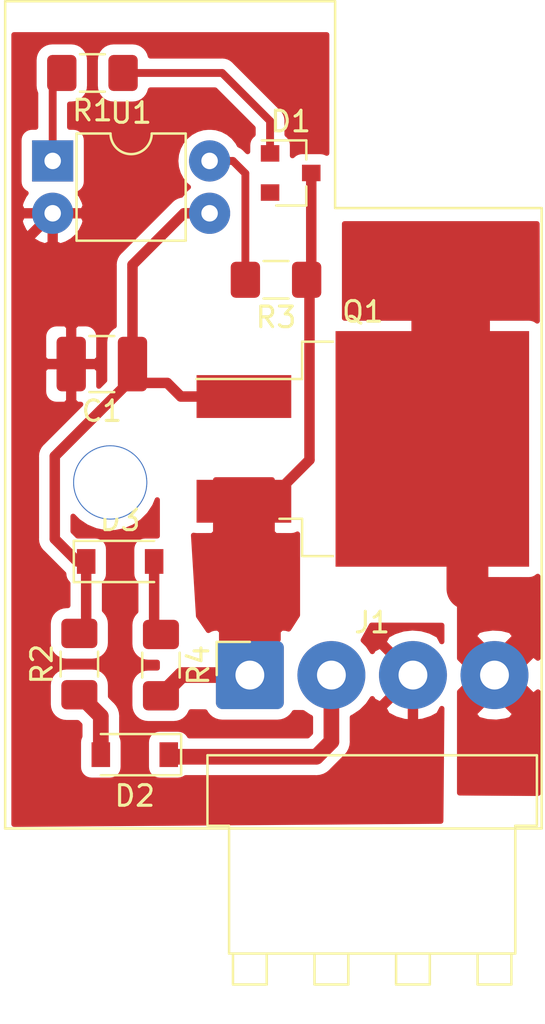
<source format=kicad_pcb>
(kicad_pcb (version 20171130) (host pcbnew "(5.1.4)-1")

  (general
    (thickness 1.6)
    (drawings 6)
    (tracks 56)
    (zones 0)
    (modules 11)
    (nets 11)
  )

  (page A4)
  (layers
    (0 F.Cu signal)
    (31 B.Cu signal)
    (32 B.Adhes user)
    (33 F.Adhes user)
    (34 B.Paste user)
    (35 F.Paste user)
    (36 B.SilkS user)
    (37 F.SilkS user)
    (38 B.Mask user)
    (39 F.Mask user)
    (40 Dwgs.User user)
    (41 Cmts.User user)
    (42 Eco1.User user)
    (43 Eco2.User user)
    (44 Edge.Cuts user)
    (45 Margin user)
    (46 B.CrtYd user)
    (47 F.CrtYd user)
    (48 B.Fab user)
    (49 F.Fab user)
  )

  (setup
    (last_trace_width 2.032)
    (user_trace_width 0.254)
    (user_trace_width 0.381)
    (user_trace_width 0.508)
    (user_trace_width 0.762)
    (user_trace_width 1.27)
    (user_trace_width 1.524)
    (user_trace_width 2.032)
    (trace_clearance 0.2)
    (zone_clearance 0.508)
    (zone_45_only no)
    (trace_min 0.2)
    (via_size 0.8)
    (via_drill 0.4)
    (via_min_size 0.4)
    (via_min_drill 0.3)
    (uvia_size 0.3)
    (uvia_drill 0.1)
    (uvias_allowed no)
    (uvia_min_size 0.2)
    (uvia_min_drill 0.1)
    (edge_width 0.05)
    (segment_width 0.2)
    (pcb_text_width 0.3)
    (pcb_text_size 1.5 1.5)
    (mod_edge_width 0.12)
    (mod_text_size 1 1)
    (mod_text_width 0.15)
    (pad_size 2 2)
    (pad_drill 0.8)
    (pad_to_mask_clearance 0.051)
    (solder_mask_min_width 0.25)
    (aux_axis_origin 0 0)
    (visible_elements FFFFFF7F)
    (pcbplotparams
      (layerselection 0x010fc_ffffffff)
      (usegerberextensions false)
      (usegerberattributes false)
      (usegerberadvancedattributes false)
      (creategerberjobfile false)
      (excludeedgelayer true)
      (linewidth 0.100000)
      (plotframeref false)
      (viasonmask false)
      (mode 1)
      (useauxorigin false)
      (hpglpennumber 1)
      (hpglpenspeed 20)
      (hpglpendiameter 15.000000)
      (psnegative false)
      (psa4output false)
      (plotreference true)
      (plotvalue true)
      (plotinvisibletext false)
      (padsonsilk false)
      (subtractmaskfromsilk false)
      (outputformat 1)
      (mirror false)
      (drillshape 1)
      (scaleselection 1)
      (outputdirectory ""))
  )

  (net 0 "")
  (net 1 GND)
  (net 2 "Net-(C1-Pad1)")
  (net 3 +12V)
  (net 4 "Net-(D1-Pad2)")
  (net 5 "Net-(D2-Pad2)")
  (net 6 DOOR)
  (net 7 "Net-(D3-Pad2)")
  (net 8 OUT)
  (net 9 "Net-(R1-Pad2)")
  (net 10 "Net-(R3-Pad2)")

  (net_class Default "Это класс цепей по умолчанию."
    (clearance 0.2)
    (trace_width 0.25)
    (via_dia 0.8)
    (via_drill 0.4)
    (uvia_dia 0.3)
    (uvia_drill 0.1)
    (add_net +12V)
    (add_net DOOR)
    (add_net GND)
    (add_net "Net-(C1-Pad1)")
    (add_net "Net-(D1-Pad2)")
    (add_net "Net-(D2-Pad2)")
    (add_net "Net-(D3-Pad2)")
    (add_net "Net-(R1-Pad2)")
    (add_net "Net-(R3-Pad2)")
    (add_net OUT)
  )

  (module Connector_JST:JST_VH_B4PS-VH_1x04_P3.96mm_Horizontal (layer F.Cu) (tedit 5DE13CD0) (tstamp 5DE12F93)
    (at 54.0258 72.8218)
    (descr "JST VH series connector, B4PS-VH (http://www.jst-mfg.com/product/pdf/eng/eVH.pdf), generated with kicad-footprint-generator")
    (tags "connector JST VH top entry")
    (path /5DE21F42)
    (fp_text reference J1 (at 5.94 -2.55) (layer F.SilkS)
      (effects (font (size 1 1) (thickness 0.15)))
    )
    (fp_text value Conn_01x04_Male (at 5.94 16.1) (layer F.Fab)
      (effects (font (size 1 1) (thickness 0.15)))
    )
    (fp_text user %R (at 5.94 9.45) (layer F.Fab)
      (effects (font (size 1 1) (thickness 0.15)))
    )
    (fp_line (start -1.61 -1.61) (end -1.61 0) (layer F.SilkS) (width 0.12))
    (fp_line (start 0 -1.61) (end -1.61 -1.61) (layer F.SilkS) (width 0.12))
    (fp_line (start 12.7 15.01) (end 12.7 13.51) (layer F.SilkS) (width 0.12))
    (fp_line (start 11.06 15.01) (end 12.7 15.01) (layer F.SilkS) (width 0.12))
    (fp_line (start 11.06 13.51) (end 11.06 15.01) (layer F.SilkS) (width 0.12))
    (fp_line (start 8.74 15.01) (end 8.74 13.51) (layer F.SilkS) (width 0.12))
    (fp_line (start 7.1 15.01) (end 8.74 15.01) (layer F.SilkS) (width 0.12))
    (fp_line (start 7.1 13.51) (end 7.1 15.01) (layer F.SilkS) (width 0.12))
    (fp_line (start 4.78 15.01) (end 4.78 13.51) (layer F.SilkS) (width 0.12))
    (fp_line (start 3.14 15.01) (end 4.78 15.01) (layer F.SilkS) (width 0.12))
    (fp_line (start 3.14 13.51) (end 3.14 15.01) (layer F.SilkS) (width 0.12))
    (fp_line (start 0.82 15.01) (end 0.82 13.51) (layer F.SilkS) (width 0.12))
    (fp_line (start -0.82 15.01) (end 0.82 15.01) (layer F.SilkS) (width 0.12))
    (fp_line (start -0.82 13.51) (end -0.82 15.01) (layer F.SilkS) (width 0.12))
    (fp_line (start -2.06 7.31) (end -2.06 3.89) (layer F.SilkS) (width 0.12))
    (fp_line (start -1.01 7.31) (end -2.06 7.31) (layer F.SilkS) (width 0.12))
    (fp_line (start -1.01 13.51) (end -1.01 7.31) (layer F.SilkS) (width 0.12))
    (fp_line (start 12.89 13.51) (end -1.01 13.51) (layer F.SilkS) (width 0.12))
    (fp_line (start 12.89 7.31) (end 12.89 13.51) (layer F.SilkS) (width 0.12))
    (fp_line (start 13.94 7.31) (end 12.89 7.31) (layer F.SilkS) (width 0.12))
    (fp_line (start 13.94 3.89) (end 13.94 7.31) (layer F.SilkS) (width 0.12))
    (fp_line (start -2.06 3.89) (end 13.94 3.89) (layer F.SilkS) (width 0.12))
    (fp_line (start 14.33 -1.85) (end -2.45 -1.85) (layer F.CrtYd) (width 0.05))
    (fp_line (start 14.33 15.4) (end 14.33 -1.85) (layer F.CrtYd) (width 0.05))
    (fp_line (start -2.45 15.4) (end 14.33 15.4) (layer F.CrtYd) (width 0.05))
    (fp_line (start -2.45 -1.85) (end -2.45 15.4) (layer F.CrtYd) (width 0.05))
    (fp_line (start 12.58 14.9) (end 12.58 13.4) (layer F.Fab) (width 0.1))
    (fp_line (start 11.18 14.9) (end 12.58 14.9) (layer F.Fab) (width 0.1))
    (fp_line (start 11.18 13.4) (end 11.18 14.9) (layer F.Fab) (width 0.1))
    (fp_line (start 12.58 0) (end 12.58 4) (layer F.Fab) (width 0.1))
    (fp_line (start 11.18 0) (end 12.58 0) (layer F.Fab) (width 0.1))
    (fp_line (start 11.18 4) (end 11.18 0) (layer F.Fab) (width 0.1))
    (fp_line (start 8.62 14.9) (end 8.62 13.4) (layer F.Fab) (width 0.1))
    (fp_line (start 7.22 14.9) (end 8.62 14.9) (layer F.Fab) (width 0.1))
    (fp_line (start 7.22 13.4) (end 7.22 14.9) (layer F.Fab) (width 0.1))
    (fp_line (start 8.62 0) (end 8.62 4) (layer F.Fab) (width 0.1))
    (fp_line (start 7.22 0) (end 8.62 0) (layer F.Fab) (width 0.1))
    (fp_line (start 7.22 4) (end 7.22 0) (layer F.Fab) (width 0.1))
    (fp_line (start 4.66 14.9) (end 4.66 13.4) (layer F.Fab) (width 0.1))
    (fp_line (start 3.26 14.9) (end 4.66 14.9) (layer F.Fab) (width 0.1))
    (fp_line (start 3.26 13.4) (end 3.26 14.9) (layer F.Fab) (width 0.1))
    (fp_line (start 4.66 0) (end 4.66 4) (layer F.Fab) (width 0.1))
    (fp_line (start 3.26 0) (end 4.66 0) (layer F.Fab) (width 0.1))
    (fp_line (start 3.26 4) (end 3.26 0) (layer F.Fab) (width 0.1))
    (fp_line (start 0.7 14.9) (end 0.7 13.4) (layer F.Fab) (width 0.1))
    (fp_line (start -0.7 14.9) (end 0.7 14.9) (layer F.Fab) (width 0.1))
    (fp_line (start -0.7 13.4) (end -0.7 14.9) (layer F.Fab) (width 0.1))
    (fp_line (start 0.7 0) (end 0.7 4) (layer F.Fab) (width 0.1))
    (fp_line (start -0.7 0) (end 0.7 0) (layer F.Fab) (width 0.1))
    (fp_line (start -0.7 4) (end -0.7 0) (layer F.Fab) (width 0.1))
    (fp_line (start 0 4.8) (end 0.8 4) (layer F.Fab) (width 0.1))
    (fp_line (start -0.8 4) (end 0 4.8) (layer F.Fab) (width 0.1))
    (fp_line (start -1.95 4) (end -0.9 4) (layer F.Fab) (width 0.1))
    (fp_line (start -1.95 7.2) (end -1.95 4) (layer F.Fab) (width 0.1))
    (fp_line (start -0.9 7.2) (end -1.95 7.2) (layer F.Fab) (width 0.1))
    (fp_line (start 13.83 7.2) (end 12.78 7.2) (layer F.Fab) (width 0.1))
    (fp_line (start 13.83 4) (end 13.83 7.2) (layer F.Fab) (width 0.1))
    (fp_line (start 12.78 4) (end 13.83 4) (layer F.Fab) (width 0.1))
    (fp_line (start 12.78 4) (end -0.9 4) (layer F.Fab) (width 0.1))
    (fp_line (start 12.78 13.4) (end 12.78 4) (layer F.Fab) (width 0.1))
    (fp_line (start -0.9 13.4) (end 12.78 13.4) (layer F.Fab) (width 0.1))
    (fp_line (start -0.9 4) (end -0.9 13.4) (layer F.Fab) (width 0.1))
    (pad 4 thru_hole circle (at 11.88 0) (size 3.3 3.3) (drill 1.4) (layers *.Cu *.Mask)
      (net 8 OUT))
    (pad 3 thru_hole circle (at 7.92 0) (size 3.3 3.3) (drill 1.4) (layers *.Cu *.Mask)
      (net 1 GND))
    (pad 2 thru_hole circle (at 3.96 0) (size 3.3 3.3) (drill 1.4) (layers *.Cu *.Mask)
      (net 6 DOOR))
    (pad 1 thru_hole roundrect (at 0 0) (size 3.3 3.3) (drill 1.4) (layers *.Cu *.Mask) (roundrect_rratio 0.09300000000000001)
      (net 3 +12V))
    (model ${KISYS3DMOD}/Connector_JST.3dshapes/JST_VH_B4PS-VH_1x04_P3.96mm_Horizontal.wrl
      (at (xyz 0 0 0))
      (scale (xyz 1 1 1))
      (rotate (xyz 0 0 0))
    )
  )

  (module Package_DIP:DIP-4_W7.62mm (layer F.Cu) (tedit 5DE172B2) (tstamp 5DE10D01)
    (at 44.45 47.879)
    (descr "4-lead though-hole mounted DIP package, row spacing 7.62 mm (300 mils)")
    (tags "THT DIP DIL PDIP 2.54mm 7.62mm 300mil")
    (path /5DE06D33)
    (fp_text reference U1 (at 3.81 -2.33) (layer F.SilkS)
      (effects (font (size 1 1) (thickness 0.15)))
    )
    (fp_text value "PC 123" (at 3.81 4.87) (layer F.Fab)
      (effects (font (size 1 1) (thickness 0.15)))
    )
    (fp_arc (start 3.81 -1.33) (end 2.81 -1.33) (angle -180) (layer F.SilkS) (width 0.12))
    (fp_line (start 1.635 -1.27) (end 6.985 -1.27) (layer F.Fab) (width 0.1))
    (fp_line (start 6.985 -1.27) (end 6.985 3.81) (layer F.Fab) (width 0.1))
    (fp_line (start 6.985 3.81) (end 0.635 3.81) (layer F.Fab) (width 0.1))
    (fp_line (start 0.635 3.81) (end 0.635 -0.27) (layer F.Fab) (width 0.1))
    (fp_line (start 0.635 -0.27) (end 1.635 -1.27) (layer F.Fab) (width 0.1))
    (fp_line (start 2.81 -1.33) (end 1.16 -1.33) (layer F.SilkS) (width 0.12))
    (fp_line (start 1.16 -1.33) (end 1.16 3.87) (layer F.SilkS) (width 0.12))
    (fp_line (start 1.16 3.87) (end 6.46 3.87) (layer F.SilkS) (width 0.12))
    (fp_line (start 6.46 3.87) (end 6.46 -1.33) (layer F.SilkS) (width 0.12))
    (fp_line (start 6.46 -1.33) (end 4.81 -1.33) (layer F.SilkS) (width 0.12))
    (fp_line (start -1.1 -1.55) (end -1.1 4.1) (layer F.CrtYd) (width 0.05))
    (fp_line (start -1.1 4.1) (end 8.7 4.1) (layer F.CrtYd) (width 0.05))
    (fp_line (start 8.7 4.1) (end 8.7 -1.55) (layer F.CrtYd) (width 0.05))
    (fp_line (start 8.7 -1.55) (end -1.1 -1.55) (layer F.CrtYd) (width 0.05))
    (fp_text user %R (at 3.81 1.27) (layer F.Fab)
      (effects (font (size 1 1) (thickness 0.15)))
    )
    (pad 1 thru_hole rect (at 0 0) (size 2 2) (drill 0.8) (layers *.Cu *.Mask)
      (net 9 "Net-(R1-Pad2)"))
    (pad 3 thru_hole oval (at 7.62 2.54) (size 2 2) (drill 0.8) (layers *.Cu *.Mask)
      (net 2 "Net-(C1-Pad1)"))
    (pad 2 thru_hole oval (at 0 2.54) (size 2 2) (drill 0.8) (layers *.Cu *.Mask)
      (net 1 GND))
    (pad 4 thru_hole oval (at 7.62 0) (size 2 2) (drill 0.8) (layers *.Cu *.Mask)
      (net 10 "Net-(R3-Pad2)"))
    (model ${KISYS3DMOD}/Package_DIP.3dshapes/DIP-4_W7.62mm.wrl
      (at (xyz 0 0 0))
      (scale (xyz 1 1 1))
      (rotate (xyz 0 0 0))
    )
  )

  (module Resistor_SMD:R_1206_3216Metric_Pad1.42x1.75mm_HandSolder (layer F.Cu) (tedit 5B301BBD) (tstamp 5DE15E63)
    (at 49.7078 72.3392 270)
    (descr "Resistor SMD 1206 (3216 Metric), square (rectangular) end terminal, IPC_7351 nominal with elongated pad for handsoldering. (Body size source: http://www.tortai-tech.com/upload/download/2011102023233369053.pdf), generated with kicad-footprint-generator")
    (tags "resistor handsolder")
    (path /5DE089CB)
    (attr smd)
    (fp_text reference R4 (at 0 -1.82 90) (layer F.SilkS)
      (effects (font (size 1 1) (thickness 0.15)))
    )
    (fp_text value 1M (at 0 1.82 90) (layer F.Fab)
      (effects (font (size 1 1) (thickness 0.15)))
    )
    (fp_line (start -1.6 0.8) (end -1.6 -0.8) (layer F.Fab) (width 0.1))
    (fp_line (start -1.6 -0.8) (end 1.6 -0.8) (layer F.Fab) (width 0.1))
    (fp_line (start 1.6 -0.8) (end 1.6 0.8) (layer F.Fab) (width 0.1))
    (fp_line (start 1.6 0.8) (end -1.6 0.8) (layer F.Fab) (width 0.1))
    (fp_line (start -0.602064 -0.91) (end 0.602064 -0.91) (layer F.SilkS) (width 0.12))
    (fp_line (start -0.602064 0.91) (end 0.602064 0.91) (layer F.SilkS) (width 0.12))
    (fp_line (start -2.45 1.12) (end -2.45 -1.12) (layer F.CrtYd) (width 0.05))
    (fp_line (start -2.45 -1.12) (end 2.45 -1.12) (layer F.CrtYd) (width 0.05))
    (fp_line (start 2.45 -1.12) (end 2.45 1.12) (layer F.CrtYd) (width 0.05))
    (fp_line (start 2.45 1.12) (end -2.45 1.12) (layer F.CrtYd) (width 0.05))
    (fp_text user %R (at 0 0 90) (layer F.Fab)
      (effects (font (size 0.8 0.8) (thickness 0.12)))
    )
    (pad 1 smd roundrect (at -1.4875 0 270) (size 1.425 1.75) (layers F.Cu F.Paste F.Mask) (roundrect_rratio 0.175439)
      (net 7 "Net-(D3-Pad2)"))
    (pad 2 smd roundrect (at 1.4875 0 270) (size 1.425 1.75) (layers F.Cu F.Paste F.Mask) (roundrect_rratio 0.175439)
      (net 3 +12V))
    (model ${KISYS3DMOD}/Resistor_SMD.3dshapes/R_1206_3216Metric.wrl
      (at (xyz 0 0 0))
      (scale (xyz 1 1 1))
      (rotate (xyz 0 0 0))
    )
  )

  (module Resistor_SMD:R_1206_3216Metric_Pad1.42x1.75mm_HandSolder (layer F.Cu) (tedit 5B301BBD) (tstamp 5DE10CD8)
    (at 55.2958 53.6448 180)
    (descr "Resistor SMD 1206 (3216 Metric), square (rectangular) end terminal, IPC_7351 nominal with elongated pad for handsoldering. (Body size source: http://www.tortai-tech.com/upload/download/2011102023233369053.pdf), generated with kicad-footprint-generator")
    (tags "resistor handsolder")
    (path /5DE0858E)
    (attr smd)
    (fp_text reference R3 (at 0 -1.82) (layer F.SilkS)
      (effects (font (size 1 1) (thickness 0.15)))
    )
    (fp_text value 56K (at 0 1.82) (layer F.Fab)
      (effects (font (size 1 1) (thickness 0.15)))
    )
    (fp_line (start -1.6 0.8) (end -1.6 -0.8) (layer F.Fab) (width 0.1))
    (fp_line (start -1.6 -0.8) (end 1.6 -0.8) (layer F.Fab) (width 0.1))
    (fp_line (start 1.6 -0.8) (end 1.6 0.8) (layer F.Fab) (width 0.1))
    (fp_line (start 1.6 0.8) (end -1.6 0.8) (layer F.Fab) (width 0.1))
    (fp_line (start -0.602064 -0.91) (end 0.602064 -0.91) (layer F.SilkS) (width 0.12))
    (fp_line (start -0.602064 0.91) (end 0.602064 0.91) (layer F.SilkS) (width 0.12))
    (fp_line (start -2.45 1.12) (end -2.45 -1.12) (layer F.CrtYd) (width 0.05))
    (fp_line (start -2.45 -1.12) (end 2.45 -1.12) (layer F.CrtYd) (width 0.05))
    (fp_line (start 2.45 -1.12) (end 2.45 1.12) (layer F.CrtYd) (width 0.05))
    (fp_line (start 2.45 1.12) (end -2.45 1.12) (layer F.CrtYd) (width 0.05))
    (fp_text user %R (at 0 0) (layer F.Fab)
      (effects (font (size 0.8 0.8) (thickness 0.12)))
    )
    (pad 1 smd roundrect (at -1.4875 0 180) (size 1.425 1.75) (layers F.Cu F.Paste F.Mask) (roundrect_rratio 0.175439)
      (net 3 +12V))
    (pad 2 smd roundrect (at 1.4875 0 180) (size 1.425 1.75) (layers F.Cu F.Paste F.Mask) (roundrect_rratio 0.175439)
      (net 10 "Net-(R3-Pad2)"))
    (model ${KISYS3DMOD}/Resistor_SMD.3dshapes/R_1206_3216Metric.wrl
      (at (xyz 0 0 0))
      (scale (xyz 1 1 1))
      (rotate (xyz 0 0 0))
    )
  )

  (module Resistor_SMD:R_1206_3216Metric_Pad1.42x1.75mm_HandSolder (layer F.Cu) (tedit 5B301BBD) (tstamp 5DE10CC7)
    (at 45.7454 72.2884 90)
    (descr "Resistor SMD 1206 (3216 Metric), square (rectangular) end terminal, IPC_7351 nominal with elongated pad for handsoldering. (Body size source: http://www.tortai-tech.com/upload/download/2011102023233369053.pdf), generated with kicad-footprint-generator")
    (tags "resistor handsolder")
    (path /5DE08222)
    (attr smd)
    (fp_text reference R2 (at 0 -1.82 90) (layer F.SilkS)
      (effects (font (size 1 1) (thickness 0.15)))
    )
    (fp_text value 10K (at 0 1.82 90) (layer F.Fab)
      (effects (font (size 1 1) (thickness 0.15)))
    )
    (fp_line (start -1.6 0.8) (end -1.6 -0.8) (layer F.Fab) (width 0.1))
    (fp_line (start -1.6 -0.8) (end 1.6 -0.8) (layer F.Fab) (width 0.1))
    (fp_line (start 1.6 -0.8) (end 1.6 0.8) (layer F.Fab) (width 0.1))
    (fp_line (start 1.6 0.8) (end -1.6 0.8) (layer F.Fab) (width 0.1))
    (fp_line (start -0.602064 -0.91) (end 0.602064 -0.91) (layer F.SilkS) (width 0.12))
    (fp_line (start -0.602064 0.91) (end 0.602064 0.91) (layer F.SilkS) (width 0.12))
    (fp_line (start -2.45 1.12) (end -2.45 -1.12) (layer F.CrtYd) (width 0.05))
    (fp_line (start -2.45 -1.12) (end 2.45 -1.12) (layer F.CrtYd) (width 0.05))
    (fp_line (start 2.45 -1.12) (end 2.45 1.12) (layer F.CrtYd) (width 0.05))
    (fp_line (start 2.45 1.12) (end -2.45 1.12) (layer F.CrtYd) (width 0.05))
    (fp_text user %R (at 0 0 90) (layer F.Fab)
      (effects (font (size 0.8 0.8) (thickness 0.12)))
    )
    (pad 1 smd roundrect (at -1.4875 0 90) (size 1.425 1.75) (layers F.Cu F.Paste F.Mask) (roundrect_rratio 0.175439)
      (net 5 "Net-(D2-Pad2)"))
    (pad 2 smd roundrect (at 1.4875 0 90) (size 1.425 1.75) (layers F.Cu F.Paste F.Mask) (roundrect_rratio 0.175439)
      (net 2 "Net-(C1-Pad1)"))
    (model ${KISYS3DMOD}/Resistor_SMD.3dshapes/R_1206_3216Metric.wrl
      (at (xyz 0 0 0))
      (scale (xyz 1 1 1))
      (rotate (xyz 0 0 0))
    )
  )

  (module Resistor_SMD:R_1206_3216Metric_Pad1.42x1.75mm_HandSolder (layer F.Cu) (tedit 5B301BBD) (tstamp 5DE10CB6)
    (at 46.3804 43.6118 180)
    (descr "Resistor SMD 1206 (3216 Metric), square (rectangular) end terminal, IPC_7351 nominal with elongated pad for handsoldering. (Body size source: http://www.tortai-tech.com/upload/download/2011102023233369053.pdf), generated with kicad-footprint-generator")
    (tags "resistor handsolder")
    (path /5DE07A77)
    (attr smd)
    (fp_text reference R1 (at 0 -1.82) (layer F.SilkS)
      (effects (font (size 1 1) (thickness 0.15)))
    )
    (fp_text value 300 (at 0 1.82) (layer F.Fab)
      (effects (font (size 1 1) (thickness 0.15)))
    )
    (fp_line (start -1.6 0.8) (end -1.6 -0.8) (layer F.Fab) (width 0.1))
    (fp_line (start -1.6 -0.8) (end 1.6 -0.8) (layer F.Fab) (width 0.1))
    (fp_line (start 1.6 -0.8) (end 1.6 0.8) (layer F.Fab) (width 0.1))
    (fp_line (start 1.6 0.8) (end -1.6 0.8) (layer F.Fab) (width 0.1))
    (fp_line (start -0.602064 -0.91) (end 0.602064 -0.91) (layer F.SilkS) (width 0.12))
    (fp_line (start -0.602064 0.91) (end 0.602064 0.91) (layer F.SilkS) (width 0.12))
    (fp_line (start -2.45 1.12) (end -2.45 -1.12) (layer F.CrtYd) (width 0.05))
    (fp_line (start -2.45 -1.12) (end 2.45 -1.12) (layer F.CrtYd) (width 0.05))
    (fp_line (start 2.45 -1.12) (end 2.45 1.12) (layer F.CrtYd) (width 0.05))
    (fp_line (start 2.45 1.12) (end -2.45 1.12) (layer F.CrtYd) (width 0.05))
    (fp_text user %R (at 3.81 -10.2616 90) (layer F.Fab)
      (effects (font (size 0.8 0.8) (thickness 0.12)))
    )
    (pad 1 smd roundrect (at -1.4875 0 180) (size 1.425 1.75) (layers F.Cu F.Paste F.Mask) (roundrect_rratio 0.175439)
      (net 4 "Net-(D1-Pad2)"))
    (pad 2 smd roundrect (at 1.4875 0 180) (size 1.425 1.75) (layers F.Cu F.Paste F.Mask) (roundrect_rratio 0.175439)
      (net 9 "Net-(R1-Pad2)"))
    (model ${KISYS3DMOD}/Resistor_SMD.3dshapes/R_1206_3216Metric.wrl
      (at (xyz 0 0 0))
      (scale (xyz 1 1 1))
      (rotate (xyz 0 0 0))
    )
  )

  (module Package_TO_SOT_SMD:TO-263-2 (layer F.Cu) (tedit 5DE10ABE) (tstamp 5DE10CA5)
    (at 59.5122 61.849)
    (descr "TO-263 / D2PAK / DDPAK SMD package, http://www.infineon.com/cms/en/product/packages/PG-TO263/PG-TO263-3-1/")
    (tags "D2PAK DDPAK TO-263 D2PAK-3 TO-263-3 SOT-404")
    (path /5DE0A63A)
    (attr smd)
    (fp_text reference Q1 (at 0 -6.65) (layer F.SilkS)
      (effects (font (size 1 1) (thickness 0.15)))
    )
    (fp_text value IRF95305Spbf (at 0 6.65) (layer F.Fab)
      (effects (font (size 1 1) (thickness 0.15)))
    )
    (fp_line (start 6.5 -5) (end 7.5 -5) (layer F.Fab) (width 0.1))
    (fp_line (start 7.5 -5) (end 7.5 5) (layer F.Fab) (width 0.1))
    (fp_line (start 7.5 5) (end 6.5 5) (layer F.Fab) (width 0.1))
    (fp_line (start 6.5 -5) (end 6.5 5) (layer F.Fab) (width 0.1))
    (fp_line (start 6.5 5) (end -2.75 5) (layer F.Fab) (width 0.1))
    (fp_line (start -2.75 5) (end -2.75 -4) (layer F.Fab) (width 0.1))
    (fp_line (start -2.75 -4) (end -1.75 -5) (layer F.Fab) (width 0.1))
    (fp_line (start -1.75 -5) (end 6.5 -5) (layer F.Fab) (width 0.1))
    (fp_line (start -2.75 -3.04) (end -7.45 -3.04) (layer F.Fab) (width 0.1))
    (fp_line (start -7.45 -3.04) (end -7.45 -2.04) (layer F.Fab) (width 0.1))
    (fp_line (start -7.45 -2.04) (end -2.75 -2.04) (layer F.Fab) (width 0.1))
    (fp_line (start -2.75 2.04) (end -7.45 2.04) (layer F.Fab) (width 0.1))
    (fp_line (start -7.45 2.04) (end -7.45 3.04) (layer F.Fab) (width 0.1))
    (fp_line (start -7.45 3.04) (end -2.75 3.04) (layer F.Fab) (width 0.1))
    (fp_line (start -1.45 -5.2) (end -2.95 -5.2) (layer F.SilkS) (width 0.12))
    (fp_line (start -2.95 -5.2) (end -2.95 -3.39) (layer F.SilkS) (width 0.12))
    (fp_line (start -2.95 -3.39) (end -8.075 -3.39) (layer F.SilkS) (width 0.12))
    (fp_line (start -1.45 5.2) (end -2.95 5.2) (layer F.SilkS) (width 0.12))
    (fp_line (start -2.95 5.2) (end -2.95 3.39) (layer F.SilkS) (width 0.12))
    (fp_line (start -2.95 3.39) (end -4.05 3.39) (layer F.SilkS) (width 0.12))
    (fp_line (start -8.32 -5.65) (end -8.32 5.65) (layer F.CrtYd) (width 0.05))
    (fp_line (start -8.32 5.65) (end 8.32 5.65) (layer F.CrtYd) (width 0.05))
    (fp_line (start 8.32 5.65) (end 8.32 -5.65) (layer F.CrtYd) (width 0.05))
    (fp_line (start 8.32 -5.65) (end -8.32 -5.65) (layer F.CrtYd) (width 0.05))
    (fp_text user %R (at 0 0) (layer F.Fab)
      (effects (font (size 1 1) (thickness 0.15)))
    )
    (pad 1 smd rect (at -5.775 -2.54) (size 4.6 2.08) (layers F.Cu F.Paste F.Mask)
      (net 2 "Net-(C1-Pad1)"))
    (pad 3 smd rect (at -5.775 2.54) (size 4.6 2.08) (layers F.Cu F.Paste F.Mask)
      (net 3 +12V))
    (pad 2 smd rect (at 3.375 0) (size 9.4 11.43) (layers F.Cu F.Mask)
      (net 8 OUT))
    (pad "" smd rect (at 5.8 2.775) (size 4.55 5.25) (layers F.Paste))
    (pad "" smd rect (at 0.95 -2.775) (size 4.55 5.25) (layers F.Paste))
    (pad "" smd rect (at 5.8 -2.775) (size 4.55 5.25) (layers F.Paste))
    (pad "" smd rect (at 0.95 2.775) (size 4.55 5.25) (layers F.Paste))
    (model ${KISYS3DMOD}/Package_TO_SOT_SMD.3dshapes/TO-263-2.wrl
      (at (xyz 0 0 0))
      (scale (xyz 1 1 1))
      (rotate (xyz 0 0 0))
    )
  )

  (module Diode_SMD:D_SOD-123 (layer F.Cu) (tedit 58645DC7) (tstamp 5DE10C59)
    (at 47.7266 67.31)
    (descr SOD-123)
    (tags SOD-123)
    (path /5DE069C7)
    (attr smd)
    (fp_text reference D3 (at 0 -2) (layer F.SilkS)
      (effects (font (size 1 1) (thickness 0.15)))
    )
    (fp_text value 1N4148W (at 0 2.1) (layer F.Fab)
      (effects (font (size 1 1) (thickness 0.15)))
    )
    (fp_text user %R (at 0 -2) (layer F.Fab)
      (effects (font (size 1 1) (thickness 0.15)))
    )
    (fp_line (start -2.25 -1) (end -2.25 1) (layer F.SilkS) (width 0.12))
    (fp_line (start 0.25 0) (end 0.75 0) (layer F.Fab) (width 0.1))
    (fp_line (start 0.25 0.4) (end -0.35 0) (layer F.Fab) (width 0.1))
    (fp_line (start 0.25 -0.4) (end 0.25 0.4) (layer F.Fab) (width 0.1))
    (fp_line (start -0.35 0) (end 0.25 -0.4) (layer F.Fab) (width 0.1))
    (fp_line (start -0.35 0) (end -0.35 0.55) (layer F.Fab) (width 0.1))
    (fp_line (start -0.35 0) (end -0.35 -0.55) (layer F.Fab) (width 0.1))
    (fp_line (start -0.75 0) (end -0.35 0) (layer F.Fab) (width 0.1))
    (fp_line (start -1.4 0.9) (end -1.4 -0.9) (layer F.Fab) (width 0.1))
    (fp_line (start 1.4 0.9) (end -1.4 0.9) (layer F.Fab) (width 0.1))
    (fp_line (start 1.4 -0.9) (end 1.4 0.9) (layer F.Fab) (width 0.1))
    (fp_line (start -1.4 -0.9) (end 1.4 -0.9) (layer F.Fab) (width 0.1))
    (fp_line (start -2.35 -1.15) (end 2.35 -1.15) (layer F.CrtYd) (width 0.05))
    (fp_line (start 2.35 -1.15) (end 2.35 1.15) (layer F.CrtYd) (width 0.05))
    (fp_line (start 2.35 1.15) (end -2.35 1.15) (layer F.CrtYd) (width 0.05))
    (fp_line (start -2.35 -1.15) (end -2.35 1.15) (layer F.CrtYd) (width 0.05))
    (fp_line (start -2.25 1) (end 1.65 1) (layer F.SilkS) (width 0.12))
    (fp_line (start -2.25 -1) (end 1.65 -1) (layer F.SilkS) (width 0.12))
    (pad 1 smd rect (at -1.65 0) (size 0.9 1.2) (layers F.Cu F.Paste F.Mask)
      (net 2 "Net-(C1-Pad1)"))
    (pad 2 smd rect (at 1.65 0) (size 0.9 1.2) (layers F.Cu F.Paste F.Mask)
      (net 7 "Net-(D3-Pad2)"))
    (model ${KISYS3DMOD}/Diode_SMD.3dshapes/D_SOD-123.wrl
      (at (xyz 0 0 0))
      (scale (xyz 1 1 1))
      (rotate (xyz 0 0 0))
    )
  )

  (module Diode_SMD:D_SOD-123 (layer F.Cu) (tedit 58645DC7) (tstamp 5DE10C40)
    (at 48.4378 76.6826 180)
    (descr SOD-123)
    (tags SOD-123)
    (path /5DE034E6)
    (attr smd)
    (fp_text reference D2 (at 0 -2) (layer F.SilkS)
      (effects (font (size 1 1) (thickness 0.15)))
    )
    (fp_text value 1N4148W (at 0 2.1) (layer F.Fab)
      (effects (font (size 1 1) (thickness 0.15)))
    )
    (fp_text user %R (at 0 -2) (layer F.Fab)
      (effects (font (size 1 1) (thickness 0.15)))
    )
    (fp_line (start -2.25 -1) (end -2.25 1) (layer F.SilkS) (width 0.12))
    (fp_line (start 0.25 0) (end 0.75 0) (layer F.Fab) (width 0.1))
    (fp_line (start 0.25 0.4) (end -0.35 0) (layer F.Fab) (width 0.1))
    (fp_line (start 0.25 -0.4) (end 0.25 0.4) (layer F.Fab) (width 0.1))
    (fp_line (start -0.35 0) (end 0.25 -0.4) (layer F.Fab) (width 0.1))
    (fp_line (start -0.35 0) (end -0.35 0.55) (layer F.Fab) (width 0.1))
    (fp_line (start -0.35 0) (end -0.35 -0.55) (layer F.Fab) (width 0.1))
    (fp_line (start -0.75 0) (end -0.35 0) (layer F.Fab) (width 0.1))
    (fp_line (start -1.4 0.9) (end -1.4 -0.9) (layer F.Fab) (width 0.1))
    (fp_line (start 1.4 0.9) (end -1.4 0.9) (layer F.Fab) (width 0.1))
    (fp_line (start 1.4 -0.9) (end 1.4 0.9) (layer F.Fab) (width 0.1))
    (fp_line (start -1.4 -0.9) (end 1.4 -0.9) (layer F.Fab) (width 0.1))
    (fp_line (start -2.35 -1.15) (end 2.35 -1.15) (layer F.CrtYd) (width 0.05))
    (fp_line (start 2.35 -1.15) (end 2.35 1.15) (layer F.CrtYd) (width 0.05))
    (fp_line (start 2.35 1.15) (end -2.35 1.15) (layer F.CrtYd) (width 0.05))
    (fp_line (start -2.35 -1.15) (end -2.35 1.15) (layer F.CrtYd) (width 0.05))
    (fp_line (start -2.25 1) (end 1.65 1) (layer F.SilkS) (width 0.12))
    (fp_line (start -2.25 -1) (end 1.65 -1) (layer F.SilkS) (width 0.12))
    (pad 1 smd rect (at -1.65 0 180) (size 0.9 1.2) (layers F.Cu F.Paste F.Mask)
      (net 6 DOOR))
    (pad 2 smd rect (at 1.65 0 180) (size 0.9 1.2) (layers F.Cu F.Paste F.Mask)
      (net 5 "Net-(D2-Pad2)"))
    (model ${KISYS3DMOD}/Diode_SMD.3dshapes/D_SOD-123.wrl
      (at (xyz 0 0 0))
      (scale (xyz 1 1 1))
      (rotate (xyz 0 0 0))
    )
  )

  (module Diode_SMD:D_SOT-23_ANK (layer F.Cu) (tedit 587CCEF9) (tstamp 5DE10C27)
    (at 56.007 48.4632)
    (descr "SOT-23, Single Diode")
    (tags SOT-23)
    (path /5DE11BA0)
    (attr smd)
    (fp_text reference D1 (at 0 -2.5) (layer F.SilkS)
      (effects (font (size 1 1) (thickness 0.15)))
    )
    (fp_text value BZX84Cxx (at 0 2.5) (layer F.Fab)
      (effects (font (size 1 1) (thickness 0.15)))
    )
    (fp_text user %R (at 0 -2.5) (layer F.Fab)
      (effects (font (size 1 1) (thickness 0.15)))
    )
    (fp_line (start -0.15 -0.45) (end -0.4 -0.45) (layer F.Fab) (width 0.1))
    (fp_line (start -0.15 -0.25) (end 0.15 -0.45) (layer F.Fab) (width 0.1))
    (fp_line (start -0.15 -0.65) (end -0.15 -0.25) (layer F.Fab) (width 0.1))
    (fp_line (start 0.15 -0.45) (end -0.15 -0.65) (layer F.Fab) (width 0.1))
    (fp_line (start 0.15 -0.45) (end 0.4 -0.45) (layer F.Fab) (width 0.1))
    (fp_line (start 0.15 -0.65) (end 0.15 -0.25) (layer F.Fab) (width 0.1))
    (fp_line (start 0.76 1.58) (end 0.76 0.65) (layer F.SilkS) (width 0.12))
    (fp_line (start 0.76 -1.58) (end 0.76 -0.65) (layer F.SilkS) (width 0.12))
    (fp_line (start 0.7 -1.52) (end 0.7 1.52) (layer F.Fab) (width 0.1))
    (fp_line (start -0.7 1.52) (end 0.7 1.52) (layer F.Fab) (width 0.1))
    (fp_line (start -1.7 -1.75) (end 1.7 -1.75) (layer F.CrtYd) (width 0.05))
    (fp_line (start 1.7 -1.75) (end 1.7 1.75) (layer F.CrtYd) (width 0.05))
    (fp_line (start 1.7 1.75) (end -1.7 1.75) (layer F.CrtYd) (width 0.05))
    (fp_line (start -1.7 1.75) (end -1.7 -1.75) (layer F.CrtYd) (width 0.05))
    (fp_line (start 0.76 -1.58) (end -1.4 -1.58) (layer F.SilkS) (width 0.12))
    (fp_line (start -0.7 -1.52) (end 0.7 -1.52) (layer F.Fab) (width 0.1))
    (fp_line (start -0.7 -1.52) (end -0.7 1.52) (layer F.Fab) (width 0.1))
    (fp_line (start 0.76 1.58) (end -0.7 1.58) (layer F.SilkS) (width 0.12))
    (pad 2 smd rect (at -1 -0.95) (size 0.9 0.8) (layers F.Cu F.Paste F.Mask)
      (net 4 "Net-(D1-Pad2)"))
    (pad "" smd rect (at -1 0.95) (size 0.9 0.8) (layers F.Cu F.Paste F.Mask))
    (pad 1 smd rect (at 1 0) (size 0.9 0.8) (layers F.Cu F.Paste F.Mask)
      (net 3 +12V))
    (model ${KISYS3DMOD}/Diode_SMD.3dshapes/D_SOT-23.wrl
      (at (xyz 0 0 0))
      (scale (xyz 1 1 1))
      (rotate (xyz 0 0 0))
    )
  )

  (module Resistor_SMD:R_1210_3225Metric_Pad1.42x2.65mm_HandSolder (layer F.Cu) (tedit 5B301BBD) (tstamp 5DE10C0D)
    (at 46.8376 57.7342 180)
    (descr "Resistor SMD 1210 (3225 Metric), square (rectangular) end terminal, IPC_7351 nominal with elongated pad for handsoldering. (Body size source: http://www.tortai-tech.com/upload/download/2011102023233369053.pdf), generated with kicad-footprint-generator")
    (tags "resistor handsolder")
    (path /5DE0909F)
    (attr smd)
    (fp_text reference C1 (at 0 -2.28) (layer F.SilkS)
      (effects (font (size 1 1) (thickness 0.15)))
    )
    (fp_text value 10u (at 0 2.28) (layer F.Fab)
      (effects (font (size 1 1) (thickness 0.15)))
    )
    (fp_line (start -1.6 1.25) (end -1.6 -1.25) (layer F.Fab) (width 0.1))
    (fp_line (start -1.6 -1.25) (end 1.6 -1.25) (layer F.Fab) (width 0.1))
    (fp_line (start 1.6 -1.25) (end 1.6 1.25) (layer F.Fab) (width 0.1))
    (fp_line (start 1.6 1.25) (end -1.6 1.25) (layer F.Fab) (width 0.1))
    (fp_line (start -0.602064 -1.36) (end 0.602064 -1.36) (layer F.SilkS) (width 0.12))
    (fp_line (start -0.602064 1.36) (end 0.602064 1.36) (layer F.SilkS) (width 0.12))
    (fp_line (start -2.45 1.58) (end -2.45 -1.58) (layer F.CrtYd) (width 0.05))
    (fp_line (start -2.45 -1.58) (end 2.45 -1.58) (layer F.CrtYd) (width 0.05))
    (fp_line (start 2.45 -1.58) (end 2.45 1.58) (layer F.CrtYd) (width 0.05))
    (fp_line (start 2.45 1.58) (end -2.45 1.58) (layer F.CrtYd) (width 0.05))
    (fp_text user %R (at 0 0) (layer F.Fab)
      (effects (font (size 0.8 0.8) (thickness 0.12)))
    )
    (pad 1 smd roundrect (at -1.4875 0 180) (size 1.425 2.65) (layers F.Cu F.Paste F.Mask) (roundrect_rratio 0.175439)
      (net 2 "Net-(C1-Pad1)"))
    (pad 2 smd roundrect (at 1.4875 0 180) (size 1.425 2.65) (layers F.Cu F.Paste F.Mask) (roundrect_rratio 0.175439)
      (net 1 GND))
    (model ${KISYS3DMOD}/Resistor_SMD.3dshapes/R_1210_3225Metric.wrl
      (at (xyz 0 0 0))
      (scale (xyz 1 1 1))
      (rotate (xyz 0 0 0))
    )
  )

  (gr_line (start 42.1386 80.264) (end 68.199 80.264) (layer F.SilkS) (width 0.12) (tstamp 5DE1211E))
  (gr_line (start 42.1424 40.132) (end 42.1424 80.264) (layer F.SilkS) (width 0.12))
  (gr_line (start 68.199 50.165) (end 68.199 80.264) (layer F.SilkS) (width 0.12))
  (gr_line (start 58.166 50.165) (end 68.199 50.165) (layer F.SilkS) (width 0.12))
  (gr_line (start 58.166 40.132) (end 58.166 50.165) (layer F.SilkS) (width 0.12))
  (gr_line (start 42.1386 40.132) (end 58.166 40.132) (layer F.SilkS) (width 0.12))

  (via (at 47.244 63.476) (size 3.6) (drill 3.5) (layers F.Cu B.Cu) (net 0))
  (segment (start 64.5922 66.0146) (end 64.5922 68.6308) (width 2.032) (layer F.Cu) (net 8) (tstamp 5DE1AE6E))
  (segment (start 43.3324 51.5366) (end 44.45 50.419) (width 0.508) (layer F.Cu) (net 1))
  (segment (start 45.3898 79.2988) (end 43.3324 77.2414) (width 0.508) (layer F.Cu) (net 1))
  (segment (start 59.817 79.2988) (end 45.3898 79.2988) (width 0.508) (layer F.Cu) (net 1))
  (segment (start 61.9458 72.8218) (end 61.9458 77.17) (width 0.508) (layer F.Cu) (net 1))
  (segment (start 61.9458 77.17) (end 59.817 79.2988) (width 0.508) (layer F.Cu) (net 1))
  (segment (start 44.5376 57.7342) (end 43.3324 57.7342) (width 0.508) (layer F.Cu) (net 1))
  (segment (start 45.3501 57.7342) (end 44.5376 57.7342) (width 0.508) (layer F.Cu) (net 1))
  (segment (start 43.3324 77.2414) (end 43.3324 57.7342) (width 0.508) (layer F.Cu) (net 1))
  (segment (start 43.3324 57.7342) (end 43.3324 51.5366) (width 0.508) (layer F.Cu) (net 1))
  (segment (start 53.1784 59.8678) (end 53.7372 59.309) (width 0.508) (layer F.Cu) (net 2))
  (segment (start 48.3251 53.0495) (end 48.3251 58.6486) (width 0.508) (layer F.Cu) (net 2))
  (segment (start 48.3251 52.9193) (end 48.3251 53.0495) (width 0.508) (layer F.Cu) (net 2))
  (segment (start 52.07 50.419) (end 50.8254 50.419) (width 0.508) (layer F.Cu) (net 2))
  (segment (start 50.8254 50.419) (end 48.3251 52.9193) (width 0.508) (layer F.Cu) (net 2))
  (segment (start 48.3251 58.6486) (end 50.0126 58.6486) (width 0.508) (layer F.Cu) (net 2))
  (segment (start 50.673 59.309) (end 53.7372 59.309) (width 0.508) (layer F.Cu) (net 2))
  (segment (start 50.0126 58.6486) (end 50.673 59.309) (width 0.508) (layer F.Cu) (net 2))
  (segment (start 46.0766 67.31) (end 45.6438 67.31) (width 0.381) (layer F.Cu) (net 2))
  (segment (start 44.5516 66.2178) (end 45.6438 67.31) (width 0.508) (layer F.Cu) (net 2))
  (segment (start 44.5516 62.2046) (end 44.5516 66.2178) (width 0.508) (layer F.Cu) (net 2))
  (segment (start 48.3251 57.7342) (end 48.3251 58.4311) (width 0.508) (layer F.Cu) (net 2))
  (segment (start 48.3251 58.4311) (end 44.5516 62.2046) (width 0.508) (layer F.Cu) (net 2))
  (segment (start 46.0766 70.4697) (end 45.7454 70.8009) (width 0.508) (layer F.Cu) (net 2))
  (segment (start 46.0766 67.31) (end 46.0766 70.4697) (width 0.508) (layer F.Cu) (net 2))
  (segment (start 50.7127 72.8218) (end 49.7078 73.8267) (width 0.762) (layer F.Cu) (net 3))
  (segment (start 54.0258 72.8218) (end 50.7127 72.8218) (width 0.762) (layer F.Cu) (net 3))
  (segment (start 54.0258 64.6776) (end 53.7372 64.389) (width 2.032) (layer F.Cu) (net 3))
  (segment (start 54.0258 72.8218) (end 54.0258 64.6776) (width 2.032) (layer F.Cu) (net 3))
  (segment (start 52.4772 64.389) (end 53.7372 64.389) (width 0.508) (layer F.Cu) (net 3))
  (segment (start 54.9972 64.389) (end 53.7372 64.389) (width 0.381) (layer F.Cu) (net 3))
  (segment (start 54.9148 64.389) (end 53.7372 64.389) (width 0.508) (layer F.Cu) (net 3))
  (segment (start 56.9214 53.34) (end 56.9214 62.3824) (width 0.508) (layer F.Cu) (net 3))
  (segment (start 56.9214 62.3824) (end 54.9148 64.389) (width 0.508) (layer F.Cu) (net 3))
  (segment (start 57.007 53.4211) (end 56.7833 53.6448) (width 0.508) (layer F.Cu) (net 3))
  (segment (start 57.007 48.4632) (end 57.007 53.4211) (width 0.508) (layer F.Cu) (net 3))
  (segment (start 55.007 45.9392) (end 55.007 47.5132) (width 0.381) (layer F.Cu) (net 4))
  (segment (start 47.8679 43.6118) (end 52.6796 43.6118) (width 0.381) (layer F.Cu) (net 4))
  (segment (start 52.6796 43.6118) (end 55.007 45.9392) (width 0.381) (layer F.Cu) (net 4))
  (segment (start 46.7878 74.8183) (end 45.7454 73.7759) (width 0.762) (layer F.Cu) (net 5))
  (segment (start 46.7878 76.6826) (end 46.7878 74.8183) (width 0.762) (layer F.Cu) (net 5))
  (segment (start 57.9858 76.05) (end 57.2516 76.7842) (width 0.762) (layer F.Cu) (net 6))
  (segment (start 57.9858 72.8218) (end 57.9858 76.05) (width 0.762) (layer F.Cu) (net 6))
  (segment (start 50.4612 76.7842) (end 57.2516 76.7842) (width 0.762) (layer F.Cu) (net 6))
  (segment (start 50.4602 76.7832) (end 50.4612 76.7842) (width 0.762) (layer F.Cu) (net 6))
  (segment (start 49.3766 70.5205) (end 49.7078 70.8517) (width 0.508) (layer F.Cu) (net 7))
  (segment (start 49.3766 67.31) (end 49.3766 70.5205) (width 0.508) (layer F.Cu) (net 7))
  (segment (start 65.9058 66.417) (end 62.938 63.4492) (width 2.032) (layer F.Cu) (net 8))
  (segment (start 62.8872 61.849) (end 62.8872 54.1814) (width 2.032) (layer F.Cu) (net 8))
  (segment (start 64.6684 54.5084) (end 64.6684 57.1246) (width 2.032) (layer F.Cu) (net 8))
  (segment (start 44.45 44.0547) (end 44.8929 43.6118) (width 0.381) (layer F.Cu) (net 9))
  (segment (start 44.45 47.879) (end 44.45 44.0547) (width 0.381) (layer F.Cu) (net 9))
  (segment (start 53.8083 48.48593) (end 53.8083 53.6448) (width 0.381) (layer F.Cu) (net 10))
  (segment (start 52.07 47.879) (end 53.20137 47.879) (width 0.381) (layer F.Cu) (net 10))
  (segment (start 53.20137 47.879) (end 53.8083 48.48593) (width 0.381) (layer F.Cu) (net 10))

  (zone (net 8) (net_name OUT) (layer F.Cu) (tstamp 0) (hatch edge 0.508)
    (connect_pads (clearance 0.508))
    (min_thickness 0.254)
    (fill yes (arc_segments 32) (thermal_gap 0.5) (thermal_bridge_width 1.5))
    (polygon
      (pts
        (xy 58.4962 50.8) (xy 68.0974 50.8) (xy 68.1482 75.057) (xy 68.1482 78.6892) (xy 64.0842 78.6638)
        (xy 64.0842 68.0212) (xy 58.4962 67.9196)
      )
    )
    (filled_polygon
      (pts
        (xy 68.0148 72.001394) (xy 67.787537 71.821118) (xy 66.786855 72.8218) (xy 67.787537 73.822482) (xy 68.018231 73.639485)
        (xy 68.0212 75.057266) (xy 68.0212 78.561403) (xy 64.2112 78.537591) (xy 64.2112 74.703537) (xy 64.905118 74.703537)
        (xy 65.11577 74.969094) (xy 65.549866 75.081962) (xy 65.997641 75.107973) (xy 66.441887 75.046128) (xy 66.69583 74.969094)
        (xy 66.906482 74.703537) (xy 65.9058 73.702855) (xy 64.905118 74.703537) (xy 64.2112 74.703537) (xy 64.2112 73.635345)
        (xy 65.024745 72.8218) (xy 64.2112 72.008255) (xy 64.2112 70.940063) (xy 64.905118 70.940063) (xy 65.9058 71.940745)
        (xy 66.906482 70.940063) (xy 66.69583 70.674506) (xy 66.261734 70.561638) (xy 65.813959 70.535627) (xy 65.369713 70.597472)
        (xy 65.11577 70.674506) (xy 64.905118 70.940063) (xy 64.2112 70.940063) (xy 64.2112 68.191421) (xy 67.5872 68.194034)
        (xy 67.710114 68.181928) (xy 67.828304 68.146076) (xy 67.937228 68.087854) (xy 68.006485 68.031016)
      )
    )
    (filled_polygon
      (pts
        (xy 67.980547 55.645697) (xy 67.937228 55.610146) (xy 67.828304 55.551924) (xy 67.710114 55.516072) (xy 67.5872 55.503966)
        (xy 63.66695 55.507) (xy 63.5102 55.66375) (xy 63.5102 61.226) (xy 63.5302 61.226) (xy 63.5302 62.472)
        (xy 63.5102 62.472) (xy 63.5102 62.492) (xy 62.2642 62.492) (xy 62.2642 62.472) (xy 62.2442 62.472)
        (xy 62.2442 61.226) (xy 62.2642 61.226) (xy 62.2642 55.66375) (xy 62.10745 55.507) (xy 58.6232 55.504303)
        (xy 58.6232 50.927) (xy 67.970665 50.927)
      )
    )
  )
  (zone (net 3) (net_name +12V) (layer F.Cu) (tstamp 0) (hatch edge 0.508)
    (connect_pads (clearance 0.508))
    (min_thickness 0.254)
    (fill yes (arc_segments 32) (thermal_gap 0.5) (thermal_bridge_width 3))
    (polygon
      (pts
        (xy 50.9778 63.0174) (xy 56.4642 63.0174) (xy 56.4642 69.9516) (xy 55.6514 71.2216) (xy 52.2986 71.2978)
        (xy 51.4096 70.0024)
      )
    )
    (filled_polygon
      (pts
        (xy 55.1102 63.476) (xy 55.1302 63.476) (xy 55.1302 65.302) (xy 55.1102 65.302) (xy 55.1102 65.89925)
        (xy 55.26695 66.056) (xy 56.033614 66.059024) (xy 56.156595 66.047618) (xy 56.274987 66.012438) (xy 56.3372 65.979639)
        (xy 56.3372 69.91444) (xy 55.906951 70.586705) (xy 55.798714 70.553872) (xy 55.6758 70.541766) (xy 55.55555 70.5448)
        (xy 55.3988 70.70155) (xy 55.3988 71.100308) (xy 52.6528 71.162717) (xy 52.6528 70.70155) (xy 52.49605 70.5448)
        (xy 52.3758 70.541766) (xy 52.252886 70.553872) (xy 52.134696 70.589724) (xy 52.025772 70.647946) (xy 52.013541 70.657984)
        (xy 51.534191 69.959502) (xy 51.291889 66.039917) (xy 51.317805 66.047618) (xy 51.440786 66.059024) (xy 52.20745 66.056)
        (xy 52.3642 65.89925) (xy 52.3642 65.302) (xy 52.3442 65.302) (xy 52.3442 63.476) (xy 52.3642 63.476)
        (xy 52.3642 63.349) (xy 55.1102 63.349)
      )
    )
  )
  (zone (net 1) (net_name GND) (layer F.Cu) (tstamp 0) (hatch edge 0.508)
    (connect_pads (clearance 0.508))
    (min_thickness 0.254)
    (fill yes (arc_segments 32) (thermal_gap 0.5) (thermal_bridge_width 0.5))
    (polygon
      (pts
        (xy 42.4434 41.6306) (xy 57.8866 41.6306) (xy 57.8866 50.3174) (xy 56.9214 51.2826) (xy 56.8452 62.0522)
        (xy 55.9308 63.0174) (xy 50.6222 63.0174) (xy 49.657 63.9318) (xy 49.657 73.3298) (xy 50.6222 74.4728)
        (xy 57.5056 74.5236) (xy 59.86145 70.27545) (xy 63.4746 70.2818) (xy 63.4746 74.4728) (xy 63.4238 80.0354)
        (xy 42.4434 80.1878)
      )
    )
    (filled_polygon
      (pts
        (xy 57.7596 47.504925) (xy 57.70118 47.473698) (xy 57.581482 47.437388) (xy 57.457 47.425128) (xy 56.557 47.425128)
        (xy 56.432518 47.437388) (xy 56.31282 47.473698) (xy 56.202506 47.532663) (xy 56.105815 47.612015) (xy 56.095072 47.625105)
        (xy 56.095072 47.1132) (xy 56.082812 46.988718) (xy 56.046502 46.86902) (xy 55.987537 46.758706) (xy 55.908185 46.662015)
        (xy 55.8325 46.599902) (xy 55.8325 45.97975) (xy 55.836494 45.9392) (xy 55.8325 45.898647) (xy 55.820556 45.777374)
        (xy 55.773353 45.621766) (xy 55.6967 45.478359) (xy 55.696699 45.478357) (xy 55.619392 45.384158) (xy 55.619389 45.384155)
        (xy 55.593541 45.352659) (xy 55.562046 45.326812) (xy 53.291998 43.056766) (xy 53.266141 43.025259) (xy 53.140442 42.922101)
        (xy 52.997034 42.845447) (xy 52.841426 42.798244) (xy 52.720153 42.7863) (xy 52.72015 42.7863) (xy 52.6796 42.782306)
        (xy 52.63905 42.7863) (xy 49.193143 42.7863) (xy 49.150872 42.64695) (xy 49.068805 42.493414) (xy 48.958362 42.358838)
        (xy 48.823786 42.248395) (xy 48.67025 42.166328) (xy 48.503654 42.115792) (xy 48.3304 42.098728) (xy 47.4054 42.098728)
        (xy 47.232146 42.115792) (xy 47.06555 42.166328) (xy 46.912014 42.248395) (xy 46.777438 42.358838) (xy 46.666995 42.493414)
        (xy 46.584928 42.64695) (xy 46.534392 42.813546) (xy 46.517328 42.9868) (xy 46.517328 44.2368) (xy 46.534392 44.410054)
        (xy 46.584928 44.57665) (xy 46.666995 44.730186) (xy 46.777438 44.864762) (xy 46.912014 44.975205) (xy 47.06555 45.057272)
        (xy 47.232146 45.107808) (xy 47.4054 45.124872) (xy 48.3304 45.124872) (xy 48.503654 45.107808) (xy 48.67025 45.057272)
        (xy 48.823786 44.975205) (xy 48.958362 44.864762) (xy 49.068805 44.730186) (xy 49.150872 44.57665) (xy 49.193143 44.4373)
        (xy 52.337668 44.4373) (xy 54.1815 46.281134) (xy 54.1815 46.599902) (xy 54.105815 46.662015) (xy 54.026463 46.758706)
        (xy 53.967498 46.86902) (xy 53.931188 46.988718) (xy 53.918928 47.1132) (xy 53.918928 47.429126) (xy 53.813767 47.323965)
        (xy 53.787911 47.292459) (xy 53.662212 47.189301) (xy 53.518804 47.112647) (xy 53.513408 47.11101) (xy 53.436031 46.966248)
        (xy 53.231714 46.717286) (xy 52.982752 46.512969) (xy 52.698715 46.361148) (xy 52.390516 46.267657) (xy 52.150322 46.244)
        (xy 51.989678 46.244) (xy 51.749484 46.267657) (xy 51.441285 46.361148) (xy 51.157248 46.512969) (xy 50.908286 46.717286)
        (xy 50.703969 46.966248) (xy 50.552148 47.250285) (xy 50.458657 47.558484) (xy 50.427089 47.879) (xy 50.458657 48.199516)
        (xy 50.552148 48.507715) (xy 50.703969 48.791752) (xy 50.908286 49.040714) (xy 51.040233 49.149) (xy 50.908286 49.257286)
        (xy 50.703969 49.506248) (xy 50.686246 49.539405) (xy 50.684324 49.539594) (xy 50.651124 49.542864) (xy 50.549458 49.573704)
        (xy 50.483549 49.593697) (xy 50.329109 49.676247) (xy 50.193741 49.787341) (xy 50.165906 49.821258) (xy 47.727364 52.259801)
        (xy 47.693441 52.287641) (xy 47.582347 52.42301) (xy 47.499797 52.57745) (xy 47.471098 52.672059) (xy 47.468705 52.67995)
        (xy 47.448964 52.745027) (xy 47.4361 52.875634) (xy 47.4361 52.87564) (xy 47.4318 52.9193) (xy 47.4361 52.96296)
        (xy 47.4361 53.005834) (xy 47.436101 55.885043) (xy 47.369214 55.920795) (xy 47.234638 56.031238) (xy 47.124195 56.165814)
        (xy 47.042128 56.31935) (xy 46.991592 56.485946) (xy 46.974528 56.6592) (xy 46.974528 58.524436) (xy 46.691902 58.807062)
        (xy 46.6896 58.01395) (xy 46.53285 57.8572) (xy 45.4731 57.8572) (xy 45.4731 59.52945) (xy 45.62985 59.6862)
        (xy 45.811491 59.687473) (xy 43.953864 61.545101) (xy 43.919941 61.572941) (xy 43.808847 61.70831) (xy 43.726297 61.86275)
        (xy 43.675464 62.030327) (xy 43.6626 62.160934) (xy 43.6626 62.16094) (xy 43.6583 62.2046) (xy 43.6626 62.24826)
        (xy 43.662601 66.17413) (xy 43.6583 66.2178) (xy 43.675464 66.392074) (xy 43.726298 66.559652) (xy 43.808848 66.714091)
        (xy 43.890603 66.813709) (xy 43.919942 66.849459) (xy 43.953859 66.877294) (xy 44.988743 67.912179) (xy 45.000788 68.034482)
        (xy 45.037098 68.15418) (xy 45.096063 68.264494) (xy 45.175415 68.361185) (xy 45.1876 68.371185) (xy 45.187601 69.450328)
        (xy 45.1204 69.450328) (xy 44.947146 69.467392) (xy 44.78055 69.517928) (xy 44.627014 69.599995) (xy 44.492438 69.710438)
        (xy 44.381995 69.845014) (xy 44.299928 69.99855) (xy 44.249392 70.165146) (xy 44.232328 70.3384) (xy 44.232328 71.2634)
        (xy 44.249392 71.436654) (xy 44.299928 71.60325) (xy 44.381995 71.756786) (xy 44.492438 71.891362) (xy 44.627014 72.001805)
        (xy 44.78055 72.083872) (xy 44.947146 72.134408) (xy 45.1204 72.151472) (xy 46.3704 72.151472) (xy 46.543654 72.134408)
        (xy 46.71025 72.083872) (xy 46.863786 72.001805) (xy 46.998362 71.891362) (xy 47.108805 71.756786) (xy 47.190872 71.60325)
        (xy 47.241408 71.436654) (xy 47.258472 71.2634) (xy 47.258472 70.3384) (xy 47.241408 70.165146) (xy 47.190872 69.99855)
        (xy 47.108805 69.845014) (xy 46.998362 69.710438) (xy 46.9656 69.683551) (xy 46.9656 68.371185) (xy 46.977785 68.361185)
        (xy 47.057137 68.264494) (xy 47.116102 68.15418) (xy 47.152412 68.034482) (xy 47.164672 67.91) (xy 47.164672 66.71)
        (xy 47.152412 66.585518) (xy 47.116102 66.46582) (xy 47.057137 66.355506) (xy 46.977785 66.258815) (xy 46.881094 66.179463)
        (xy 46.77078 66.120498) (xy 46.651082 66.084188) (xy 46.5266 66.071928) (xy 45.662963 66.071928) (xy 45.4406 65.849565)
        (xy 45.4406 65.11621) (xy 45.691778 65.367388) (xy 46.090595 65.633869) (xy 46.533737 65.817424) (xy 47.004173 65.911)
        (xy 47.483827 65.911) (xy 47.954263 65.817424) (xy 48.397405 65.633869) (xy 48.796222 65.367388) (xy 49.135388 65.028222)
        (xy 49.401869 64.629405) (xy 49.53 64.320069) (xy 49.53 66.071928) (xy 48.9266 66.071928) (xy 48.802118 66.084188)
        (xy 48.68242 66.120498) (xy 48.572106 66.179463) (xy 48.475415 66.258815) (xy 48.396063 66.355506) (xy 48.337098 66.46582)
        (xy 48.300788 66.585518) (xy 48.288528 66.71) (xy 48.288528 67.91) (xy 48.300788 68.034482) (xy 48.337098 68.15418)
        (xy 48.396063 68.264494) (xy 48.475415 68.361185) (xy 48.4876 68.371185) (xy 48.487601 69.73435) (xy 48.454838 69.761238)
        (xy 48.344395 69.895814) (xy 48.262328 70.04935) (xy 48.211792 70.215946) (xy 48.194728 70.3892) (xy 48.194728 71.3142)
        (xy 48.211792 71.487454) (xy 48.262328 71.65405) (xy 48.344395 71.807586) (xy 48.454838 71.942162) (xy 48.589414 72.052605)
        (xy 48.74295 72.134672) (xy 48.909546 72.185208) (xy 49.0828 72.202272) (xy 49.53 72.202272) (xy 49.53 72.476128)
        (xy 49.0828 72.476128) (xy 48.909546 72.493192) (xy 48.74295 72.543728) (xy 48.589414 72.625795) (xy 48.454838 72.736238)
        (xy 48.344395 72.870814) (xy 48.262328 73.02435) (xy 48.211792 73.190946) (xy 48.194728 73.3642) (xy 48.194728 74.2892)
        (xy 48.211792 74.462454) (xy 48.262328 74.62905) (xy 48.344395 74.782586) (xy 48.454838 74.917162) (xy 48.589414 75.027605)
        (xy 48.74295 75.109672) (xy 48.909546 75.160208) (xy 49.0828 75.177272) (xy 50.3328 75.177272) (xy 50.506054 75.160208)
        (xy 50.67265 75.109672) (xy 50.826186 75.027605) (xy 50.960762 74.917162) (xy 51.071205 74.782586) (xy 51.153272 74.62905)
        (xy 51.160938 74.60378) (xy 51.853686 74.608892) (xy 51.896984 74.689898) (xy 52.014504 74.833096) (xy 52.157702 74.950616)
        (xy 52.321075 75.03794) (xy 52.498345 75.091715) (xy 52.6827 75.109872) (xy 55.3689 75.109872) (xy 55.553255 75.091715)
        (xy 55.730525 75.03794) (xy 55.893898 74.950616) (xy 56.037096 74.833096) (xy 56.154616 74.689898) (xy 56.180845 74.640827)
        (xy 56.599904 74.64392) (xy 56.903447 74.846741) (xy 56.969801 74.874226) (xy 56.969801 75.629159) (xy 56.83076 75.7682)
        (xy 51.089768 75.7682) (xy 51.068337 75.728106) (xy 50.988985 75.631415) (xy 50.892294 75.552063) (xy 50.78198 75.493098)
        (xy 50.662282 75.456788) (xy 50.5378 75.444528) (xy 49.6378 75.444528) (xy 49.513318 75.456788) (xy 49.39362 75.493098)
        (xy 49.283306 75.552063) (xy 49.186615 75.631415) (xy 49.107263 75.728106) (xy 49.048298 75.83842) (xy 49.011988 75.958118)
        (xy 48.999728 76.0826) (xy 48.999728 77.2826) (xy 49.011988 77.407082) (xy 49.048298 77.52678) (xy 49.107263 77.637094)
        (xy 49.186615 77.733785) (xy 49.283306 77.813137) (xy 49.39362 77.872102) (xy 49.513318 77.908412) (xy 49.6378 77.920672)
        (xy 50.5378 77.920672) (xy 50.662282 77.908412) (xy 50.78198 77.872102) (xy 50.892294 77.813137) (xy 50.908058 77.8002)
        (xy 57.201698 77.8002) (xy 57.2516 77.805115) (xy 57.301502 77.8002) (xy 57.450771 77.785498) (xy 57.642287 77.727402)
        (xy 57.81879 77.63306) (xy 57.973496 77.506096) (xy 58.005312 77.467328) (xy 58.668933 76.803708) (xy 58.707696 76.771896)
        (xy 58.83466 76.61719) (xy 58.929002 76.440687) (xy 58.987098 76.249171) (xy 59.0018 76.099902) (xy 59.006715 76.05)
        (xy 59.0018 76.000098) (xy 59.0018 74.874225) (xy 59.068153 74.846741) (xy 59.442403 74.596675) (xy 59.760675 74.278403)
        (xy 59.970911 73.963763) (xy 60.025135 74.065208) (xy 60.354304 74.239348) (xy 61.771852 72.8218) (xy 60.354304 71.404252)
        (xy 60.025135 71.578392) (xy 59.971971 71.681424) (xy 59.760675 71.365197) (xy 59.530171 71.134693) (xy 59.936169 70.402582)
        (xy 63.3476 70.408577) (xy 63.3476 71.200536) (xy 63.189208 70.901135) (xy 62.790614 70.695463) (xy 62.359554 70.571505)
        (xy 61.912593 70.534024) (xy 61.466908 70.584461) (xy 61.039627 70.720878) (xy 60.702392 70.901135) (xy 60.528252 71.230304)
        (xy 61.9458 72.647852) (xy 61.959943 72.63371) (xy 62.133891 72.807658) (xy 62.119748 72.8218) (xy 62.133891 72.835943)
        (xy 61.959943 73.009891) (xy 61.9458 72.995748) (xy 60.528252 74.413296) (xy 60.702392 74.742465) (xy 61.100986 74.948137)
        (xy 61.532046 75.072095) (xy 61.979007 75.109576) (xy 62.424692 75.059139) (xy 62.851973 74.922722) (xy 63.189208 74.742465)
        (xy 63.3476 74.443064) (xy 63.3476 74.472188) (xy 63.297946 79.90931) (xy 42.5704 80.059874) (xy 42.5704 73.3134)
        (xy 44.232328 73.3134) (xy 44.232328 74.2384) (xy 44.249392 74.411654) (xy 44.299928 74.57825) (xy 44.381995 74.731786)
        (xy 44.492438 74.866362) (xy 44.627014 74.976805) (xy 44.78055 75.058872) (xy 44.947146 75.109408) (xy 45.1204 75.126472)
        (xy 45.659131 75.126472) (xy 45.771801 75.239141) (xy 45.7718 75.794451) (xy 45.748298 75.83842) (xy 45.711988 75.958118)
        (xy 45.699728 76.0826) (xy 45.699728 77.2826) (xy 45.711988 77.407082) (xy 45.748298 77.52678) (xy 45.807263 77.637094)
        (xy 45.886615 77.733785) (xy 45.983306 77.813137) (xy 46.09362 77.872102) (xy 46.213318 77.908412) (xy 46.3378 77.920672)
        (xy 47.2378 77.920672) (xy 47.362282 77.908412) (xy 47.48198 77.872102) (xy 47.592294 77.813137) (xy 47.688985 77.733785)
        (xy 47.768337 77.637094) (xy 47.827302 77.52678) (xy 47.863612 77.407082) (xy 47.875872 77.2826) (xy 47.875872 76.0826)
        (xy 47.863612 75.958118) (xy 47.827302 75.83842) (xy 47.8038 75.794452) (xy 47.8038 74.868193) (xy 47.808714 74.818299)
        (xy 47.8038 74.768405) (xy 47.8038 74.768398) (xy 47.789098 74.619129) (xy 47.731002 74.427613) (xy 47.63666 74.25111)
        (xy 47.509696 74.096404) (xy 47.470933 74.064592) (xy 47.258472 73.852131) (xy 47.258472 73.3134) (xy 47.241408 73.140146)
        (xy 47.190872 72.97355) (xy 47.108805 72.820014) (xy 46.998362 72.685438) (xy 46.863786 72.574995) (xy 46.71025 72.492928)
        (xy 46.543654 72.442392) (xy 46.3704 72.425328) (xy 45.1204 72.425328) (xy 44.947146 72.442392) (xy 44.78055 72.492928)
        (xy 44.627014 72.574995) (xy 44.492438 72.685438) (xy 44.381995 72.820014) (xy 44.299928 72.97355) (xy 44.249392 73.140146)
        (xy 44.232328 73.3134) (xy 42.5704 73.3134) (xy 42.5704 59.0592) (xy 44.007566 59.0592) (xy 44.019672 59.182114)
        (xy 44.055524 59.300304) (xy 44.113746 59.409228) (xy 44.192099 59.504701) (xy 44.287572 59.583054) (xy 44.396496 59.641276)
        (xy 44.514686 59.677128) (xy 44.6376 59.689234) (xy 45.07035 59.6862) (xy 45.2271 59.52945) (xy 45.2271 57.8572)
        (xy 44.16735 57.8572) (xy 44.0106 58.01395) (xy 44.007566 59.0592) (xy 42.5704 59.0592) (xy 42.5704 56.4092)
        (xy 44.007566 56.4092) (xy 44.0106 57.45445) (xy 44.16735 57.6112) (xy 45.2271 57.6112) (xy 45.2271 55.93895)
        (xy 45.4731 55.93895) (xy 45.4731 57.6112) (xy 46.53285 57.6112) (xy 46.6896 57.45445) (xy 46.692634 56.4092)
        (xy 46.680528 56.286286) (xy 46.644676 56.168096) (xy 46.586454 56.059172) (xy 46.508101 55.963699) (xy 46.412628 55.885346)
        (xy 46.303704 55.827124) (xy 46.185514 55.791272) (xy 46.0626 55.779166) (xy 45.62985 55.7822) (xy 45.4731 55.93895)
        (xy 45.2271 55.93895) (xy 45.07035 55.7822) (xy 44.6376 55.779166) (xy 44.514686 55.791272) (xy 44.396496 55.827124)
        (xy 44.287572 55.885346) (xy 44.192099 55.963699) (xy 44.113746 56.059172) (xy 44.055524 56.168096) (xy 44.019672 56.286286)
        (xy 44.007566 56.4092) (xy 42.5704 56.4092) (xy 42.5704 50.794276) (xy 42.866871 50.794276) (xy 42.92518 50.98651)
        (xy 43.065195 51.273083) (xy 43.258427 51.526834) (xy 43.497451 51.738012) (xy 43.77308 51.898501) (xy 44.074723 52.002133)
        (xy 44.327 51.884598) (xy 44.327 50.542) (xy 44.573 50.542) (xy 44.573 51.884598) (xy 44.825277 52.002133)
        (xy 45.12692 51.898501) (xy 45.402549 51.738012) (xy 45.641573 51.526834) (xy 45.834805 51.273083) (xy 45.97482 50.98651)
        (xy 46.033129 50.794276) (xy 45.915096 50.542) (xy 44.573 50.542) (xy 44.327 50.542) (xy 42.984904 50.542)
        (xy 42.866871 50.794276) (xy 42.5704 50.794276) (xy 42.5704 46.879) (xy 42.811928 46.879) (xy 42.811928 48.879)
        (xy 42.824188 49.003482) (xy 42.860498 49.12318) (xy 42.919463 49.233494) (xy 42.998815 49.330185) (xy 43.095506 49.409537)
        (xy 43.158057 49.442972) (xy 43.065195 49.564917) (xy 42.92518 49.85149) (xy 42.866871 50.043724) (xy 42.984904 50.296)
        (xy 44.327 50.296) (xy 44.327 50.276) (xy 44.573 50.276) (xy 44.573 50.296) (xy 45.915096 50.296)
        (xy 46.033129 50.043724) (xy 45.97482 49.85149) (xy 45.834805 49.564917) (xy 45.741943 49.442972) (xy 45.804494 49.409537)
        (xy 45.901185 49.330185) (xy 45.980537 49.233494) (xy 46.039502 49.12318) (xy 46.075812 49.003482) (xy 46.088072 48.879)
        (xy 46.088072 46.879) (xy 46.075812 46.754518) (xy 46.039502 46.63482) (xy 45.980537 46.524506) (xy 45.901185 46.427815)
        (xy 45.804494 46.348463) (xy 45.69418 46.289498) (xy 45.574482 46.253188) (xy 45.45 46.240928) (xy 45.2755 46.240928)
        (xy 45.2755 45.124872) (xy 45.3554 45.124872) (xy 45.528654 45.107808) (xy 45.69525 45.057272) (xy 45.848786 44.975205)
        (xy 45.983362 44.864762) (xy 46.093805 44.730186) (xy 46.175872 44.57665) (xy 46.226408 44.410054) (xy 46.243472 44.2368)
        (xy 46.243472 42.9868) (xy 46.226408 42.813546) (xy 46.175872 42.64695) (xy 46.093805 42.493414) (xy 45.983362 42.358838)
        (xy 45.848786 42.248395) (xy 45.69525 42.166328) (xy 45.528654 42.115792) (xy 45.3554 42.098728) (xy 44.4304 42.098728)
        (xy 44.257146 42.115792) (xy 44.09055 42.166328) (xy 43.937014 42.248395) (xy 43.802438 42.358838) (xy 43.691995 42.493414)
        (xy 43.609928 42.64695) (xy 43.559392 42.813546) (xy 43.542328 42.9868) (xy 43.542328 44.2368) (xy 43.559392 44.410054)
        (xy 43.609928 44.57665) (xy 43.624501 44.603914) (xy 43.6245 46.240928) (xy 43.45 46.240928) (xy 43.325518 46.253188)
        (xy 43.20582 46.289498) (xy 43.095506 46.348463) (xy 42.998815 46.427815) (xy 42.919463 46.524506) (xy 42.860498 46.63482)
        (xy 42.824188 46.754518) (xy 42.811928 46.879) (xy 42.5704 46.879) (xy 42.5704 41.7576) (xy 57.7596 41.7576)
      )
    )
  )
)

</source>
